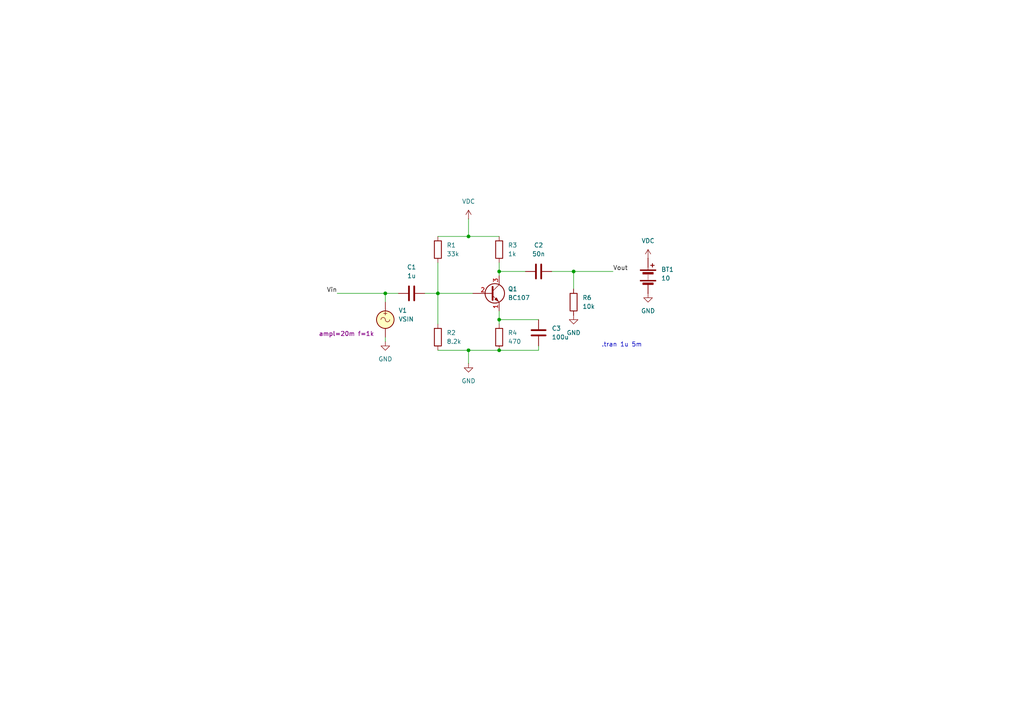
<source format=kicad_sch>
(kicad_sch (version 20231120) (generator "eeschema") (generator_version "8.0")
  (paper "A4")
  (lib_symbols
    (symbol "Device:Battery" (pin_numbers hide) (pin_names (offset 0) hide)
      (property "Reference" "BT" (at 2.54 2.54 0))
      (property "Value" "Battery" (at 2.54 0 0))
      (symbol "Battery_0_1"
        (rectangle (start -2.286 -1.27) (end 2.286 -1.524) (fill (type outline)))
        (rectangle (start -2.286 1.778) (end 2.286 1.524) (fill (type outline)))
        (rectangle (start -1.524 -2.032) (end 1.524 -2.54) (fill (type outline)))
        (rectangle (start -1.524 1.016) (end 1.524 0.508) (fill (type outline)))
        (polyline (pts (xy 0 -1.016) (xy 0 -0.762)))
        (polyline (pts (xy 0 -0.508) (xy 0 -0.254)))
        (polyline (pts (xy 0 0) (xy 0 0.254)))
        (polyline (pts (xy 0 1.778) (xy 0 2.54)))
        (polyline (pts (xy 0.762 3.048) (xy 1.778 3.048)) (stroke (width 0.254)))
        (polyline (pts (xy 1.27 3.556) (xy 1.27 2.54)) (stroke (width 0.254)))
      )
      (symbol "Battery_1_1"
        (pin passive line (at 0 5.08 270) (length 2.54) (name "+") (number "1"))
        (pin passive line (at 0 -5.08 90) (length 2.54) (name "-") (number "2"))
      )
    )
    (symbol "Device:C" (pin_numbers hide) (pin_names (offset 0.254))
      (property "Reference" "C" (at 0.635 2.54 0))
      (property "Value" "C" (at 0.635 -2.54 0))
      (symbol "C_0_1"
        (polyline (pts (xy -2.032 -0.762) (xy 2.032 -0.762)) (stroke (width 0.508)))
        (polyline (pts (xy -2.032 0.762) (xy 2.032 0.762)) (stroke (width 0.508)))
      )
      (symbol "C_1_1"
        (pin passive line (at 0 3.81 270) (length 2.794) (name "~") (number "1"))
        (pin passive line (at 0 -3.81 90) (length 2.794) (name "~") (number "2"))
      )
    )
    (symbol "Device:R" (pin_numbers hide) (pin_names (offset 0))
      (property "Reference" "R" (at 2.032 0 90))
      (property "Value" "R" (at 0 0 90))
      (symbol "R_0_1"
        (rectangle (start -1.016 -2.54) (end 1.016 2.54) (stroke (width 0.254)))
      )
      (symbol "R_1_1"
        (pin passive line (at 0 3.81 270) (length 1.27) (name "~") (number "1"))
        (pin passive line (at 0 -3.81 90) (length 1.27) (name "~") (number "2"))
      )
    )
    (symbol "Simulation_SPICE:VSIN" (pin_numbers hide) (pin_names (offset 0.0254))
      (property "Reference" "V" (at 2.54 2.54 0))
      (property "Value" "VSIN" (at 2.54 0 0))
      (property "Sim.Params" "dc=0 ampl=1 f=1k ac=1" (at 2.54 -2.54 0))
      (symbol "VSIN_0_0"
        (arc (start 0 0) (mid -0.635 0.6323) (end -1.27 0))
        (arc (start 0 0) (mid 0.635 -0.6323) (end 1.27 0))
        (text "+" (at 0 1.905 0) (effects (font (size 1.27 1.27))))
      )
      (symbol "VSIN_0_1"
        (circle (center 0 0) (radius 2.54) (stroke (width 0.254)) (fill (type background)))
      )
      (symbol "VSIN_1_1"
        (pin passive line (at 0 5.08 270) (length 2.54) (name "~") (number "1"))
        (pin passive line (at 0 -5.08 90) (length 2.54) (name "~") (number "2"))
      )
    )
    (symbol "Transistor_BJT:BC107" (pin_names (offset 0) hide)
      (property "Reference" "Q" (at 5.08 1.905 0))
      (property "Value" "BC107" (at 5.08 0 0))
      (symbol "BC107_0_1"
        (polyline (pts (xy 0.635 0.635) (xy 2.54 2.54)))
        (polyline (pts (xy 0.635 -0.635) (xy 2.54 -2.54) (xy 2.54 -2.54)))
        (polyline (pts (xy 0.635 1.905) (xy 0.635 -1.905) (xy 0.635 -1.905)) (stroke (width 0.508)))
        (polyline (pts (xy 1.27 -1.778) (xy 1.778 -1.27) (xy 2.286 -2.286) (xy 1.27 -1.778) (xy 1.27 -1.778)) (fill (type outline)))
        (circle (center 1.27 0) (radius 2.8194) (stroke (width 0.254)))
      )
      (symbol "BC107_1_1"
        (pin passive line (at 2.54 -5.08 90) (length 2.54) (name "E") (number "1"))
        (pin input line (at -5.08 0 0) (length 5.715) (name "B") (number "2"))
        (pin passive line (at 2.54 5.08 270) (length 2.54) (name "C") (number "3"))
      )
    )
    (symbol "power:GND" (power) (pin_numbers hide) (pin_names (offset 0) hide)
      (property "Value" "GND" (at 0 -3.81 0))
      (symbol "GND_0_1"
        (polyline (pts (xy 0 0) (xy 0 -1.27) (xy 1.27 -1.27) (xy 0 -2.54) (xy -1.27 -1.27) (xy 0 -1.27)))
      )
      (symbol "GND_1_1"
        (pin power_in line (at 0 0 270) (length 0) (name "~") (number "1"))
      )
    )
    (symbol "power:VDC" (power) (pin_numbers hide) (pin_names (offset 0) hide)
      (property "Value" "VDC" (at 0 3.556 0))
      (symbol "VDC_0_1"
        (polyline (pts (xy -0.762 1.27) (xy 0 2.54)))
        (polyline (pts (xy 0 0) (xy 0 2.54)))
        (polyline (pts (xy 0 2.54) (xy 0.762 1.27)))
      )
      (symbol "VDC_1_1"
        (pin power_in line (at 0 0 90) (length 0) (name "~") (number "1"))
      )
    )
  )
  (junction (at 144.78 101.6))
  (junction (at 111.76 85.09))
  (junction (at 144.78 92.71))
  (junction (at 135.89 101.6))
  (junction (at 144.78 78.74))
  (junction (at 135.89 68.58))
  (junction (at 166.37 78.74))
  (junction (at 127 85.09))
  (wire (pts (xy 144.78 92.71) (xy 144.78 93.98)))
  (wire (pts (xy 127 85.09) (xy 127 93.98)))
  (wire (pts (xy 166.37 78.74) (xy 166.37 83.82)))
  (wire (pts (xy 156.21 100.33) (xy 156.21 101.6)))
  (wire (pts (xy 123.19 85.09) (xy 127 85.09)))
  (wire (pts (xy 166.37 78.74) (xy 177.8 78.74)))
  (wire (pts (xy 111.76 85.09) (xy 115.57 85.09)))
  (wire (pts (xy 160.02 78.74) (xy 166.37 78.74)))
  (wire (pts (xy 135.89 101.6) (xy 135.89 105.41)))
  (wire (pts (xy 135.89 101.6) (xy 144.78 101.6)))
  (wire (pts (xy 144.78 92.71) (xy 156.21 92.71)))
  (wire (pts (xy 111.76 97.79) (xy 111.76 99.06)))
  (wire (pts (xy 111.76 85.09) (xy 111.76 87.63)))
  (wire (pts (xy 144.78 78.74) (xy 144.78 80.01)))
  (wire (pts (xy 127 101.6) (xy 135.89 101.6)))
  (wire (pts (xy 135.89 63.5) (xy 135.89 68.58)))
  (wire (pts (xy 144.78 78.74) (xy 152.4 78.74)))
  (wire (pts (xy 144.78 90.17) (xy 144.78 92.71)))
  (wire (pts (xy 144.78 76.2) (xy 144.78 78.74)))
  (wire (pts (xy 127 76.2) (xy 127 85.09)))
  (wire (pts (xy 127 68.58) (xy 135.89 68.58)))
  (wire (pts (xy 135.89 68.58) (xy 144.78 68.58)))
  (wire (pts (xy 144.78 101.6) (xy 156.21 101.6)))
  (wire (pts (xy 97.79 85.09) (xy 111.76 85.09)))
  (wire (pts (xy 127 85.09) (xy 137.16 85.09)))
  (text ".tran 1u 5m" (at 180.34 100.076 0) (effects (font (size 1.27 1.27))))
  (label "Vin" (at 97.79 85.09 180))
  (label "Vout" (at 177.8 78.74 0))
  (symbol (lib_id "power:GND") (at 187.96 85.09 0) (unit 1)
    (property "Reference" "#PWR06" (effects (hide yes)))
    (property "Value" "GND" (at 187.96 90.17 0))
    (property "Description" "Power symbol creates a global label with name \"GND\" , ground" (effects (hide yes)))
  )
  (symbol (lib_id "Device:C") (at 156.21 96.52 180) (unit 1)
    (property "Reference" "C3" (at 160.02 95.2499 0) (effects (justify right)))
    (property "Value" "100u" (at 160.02 97.7899 0) (effects (justify right)))
    (property "Description" "Unpolarized capacitor" (effects (hide yes)))
  )
  (symbol (lib_id "Device:Battery") (at 187.96 80.01 0) (unit 1)
    (property "Reference" "BT1" (at 191.77 78.1684 0) (effects (justify left)))
    (property "Value" "10" (at 191.77 80.7084 0) (effects (justify left)))
    (property "Description" "Multiple-cell battery" (effects (hide yes)))
    (property "Sim.Device" "V" (effects (hide yes)))
    (property "Sim.Type" "DC" (effects (hide yes)))
    (property "Sim.Pins" "1=+ 2=-" (effects (hide yes)))
  )
  (symbol (lib_id "Device:R") (at 127 72.39 0) (unit 1)
    (property "Reference" "R1" (at 129.54 71.1199 0) (effects (justify left)))
    (property "Value" "33k" (at 129.54 73.6599 0) (effects (justify left)))
    (property "Description" "Resistor" (effects (hide yes)))
  )
  (symbol (lib_id "power:GND") (at 111.76 99.06 0) (unit 1)
    (property "Reference" "#PWR01" (effects (hide yes)))
    (property "Value" "GND" (at 111.76 104.14 0))
    (property "Description" "Power symbol creates a global label with name \"GND\" , ground" (effects (hide yes)))
  )
  (symbol (lib_id "power:GND") (at 135.89 105.41 0) (unit 1)
    (property "Reference" "#PWR03" (effects (hide yes)))
    (property "Value" "GND" (at 135.89 110.49 0))
    (property "Description" "Power symbol creates a global label with name \"GND\" , ground" (effects (hide yes)))
  )
  (symbol (lib_id "Device:R") (at 144.78 72.39 0) (unit 1)
    (property "Reference" "R3" (at 147.32 71.1199 0) (effects (justify left)))
    (property "Value" "1k" (at 147.32 73.6599 0) (effects (justify left)))
    (property "Description" "Resistor" (effects (hide yes)))
    (property "Sim.Device" "R" (effects (hide yes)))
    (property "Sim.Pins" "1=+ 2=-" (effects (hide yes)))
  )
  (symbol (lib_id "Simulation_SPICE:VSIN") (at 111.76 92.71 0) (unit 1)
    (property "Reference" "V1" (at 115.57 90.0401 0) (effects (justify left)))
    (property "Value" "VSIN" (at 115.57 92.5801 0) (effects (justify left)))
    (property "Datasheet" "https://ngspice.sourceforge.io/docs/ngspice-html-manual/manual.xhtml#sec_Independent_Sources_for" (effects (hide yes)))
    (property "Description" "Voltage source, sinusoidal" (effects (hide yes)))
    (property "Sim.Pins" "1=+ 2=-" (effects (hide yes)))
    (property "Sim.Params" "ampl=20m f=1k " (at 92.456 96.774 0) (effects (justify left)))
    (property "Sim.Type" "SIN" (effects (hide yes)))
    (property "Sim.Device" "V" (effects (hide yes)))
  )
  (symbol (lib_id "power:VDC") (at 135.89 63.5 0) (unit 1)
    (property "Reference" "#PWR04" (effects (hide yes)))
    (property "Value" "VDC" (at 135.89 58.42 0))
    (property "Description" "Power symbol creates a global label with name \"VDC\"" (effects (hide yes)))
  )
  (symbol (lib_id "Device:C") (at 156.21 78.74 90) (unit 1)
    (property "Reference" "C2" (at 156.21 71.12 90))
    (property "Value" "50n" (at 156.21 73.66 90))
    (property "Description" "Unpolarized capacitor" (effects (hide yes)))
    (property "Sim.Device" "C" (effects (hide yes)))
    (property "Sim.Pins" "1=+ 2=-" (effects (hide yes)))
  )
  (symbol (lib_id "Device:C") (at 119.38 85.09 90) (unit 1)
    (property "Reference" "C1" (at 119.38 77.47 90))
    (property "Value" "1u" (at 119.38 80.01 90))
    (property "Description" "Unpolarized capacitor" (effects (hide yes)))
  )
  (symbol (lib_id "power:GND") (at 166.37 91.44 0) (unit 1)
    (property "Reference" "#PWR02" (effects (hide yes)))
    (property "Value" "GND" (at 166.37 96.52 0))
    (property "Description" "Power symbol creates a global label with name \"GND\" , ground" (effects (hide yes)))
  )
  (symbol (lib_id "Transistor_BJT:BC107") (at 142.24 85.09 0) (unit 1)
    (property "Reference" "Q1" (at 147.32 83.8199 0) (effects (justify left)))
    (property "Value" "BC107" (at 147.32 86.3599 0) (effects (justify left)))
    (property "Footprint" "Package_TO_SOT_THT:TO-18-3" (effects (hide yes)))
    (property "Datasheet" "http://www.b-kainka.de/Daten/Transistor/BC108.pdf" (effects (hide yes)))
    (property "Description" "0.1A Ic, 50V Vce, Low Noise General Purpose NPN Transistor, TO-18" (effects (hide yes)))
    (property "Sim.Library" "/home/idiot/KiCad-Spice-Library/Models/Transistor/BJT/BJTN.LIB" (effects (hide yes)))
    (property "Sim.Name" "BC107A" (effects (hide yes)))
    (property "Sim.Device" "NPN" (effects (hide yes)))
    (property "Sim.Type" "GUMMELPOON" (effects (hide yes)))
    (property "Sim.Pins" "1=C 2=B 3=E" (effects (hide yes)))
  )
  (symbol (lib_id "Device:R") (at 127 97.79 0) (unit 1)
    (property "Reference" "R2" (at 129.54 96.5199 0) (effects (justify left)))
    (property "Value" "8.2k" (at 129.54 99.0599 0) (effects (justify left)))
    (property "Description" "Resistor" (effects (hide yes)))
  )
  (symbol (lib_id "Device:R") (at 144.78 97.79 0) (unit 1)
    (property "Reference" "R4" (at 147.32 96.5199 0) (effects (justify left)))
    (property "Value" "470" (at 147.32 99.06 0) (effects (justify left)))
    (property "Description" "Resistor" (effects (hide yes)))
  )
  (symbol (lib_id "Device:R") (at 166.37 87.63 0) (unit 1)
    (property "Reference" "R6" (at 168.91 86.3599 0) (effects (justify left)))
    (property "Value" "10k" (at 168.91 88.9 0) (effects (justify left)))
    (property "Description" "Resistor" (effects (hide yes)))
  )
  (symbol (lib_id "power:VDC") (at 187.96 74.93 0) (unit 1)
    (property "Reference" "#PWR05" (effects (hide yes)))
    (property "Value" "VDC" (at 187.96 69.85 0))
    (property "Description" "Power symbol creates a global label with name \"VDC\"" (effects (hide yes)))
  )
)
</source>
